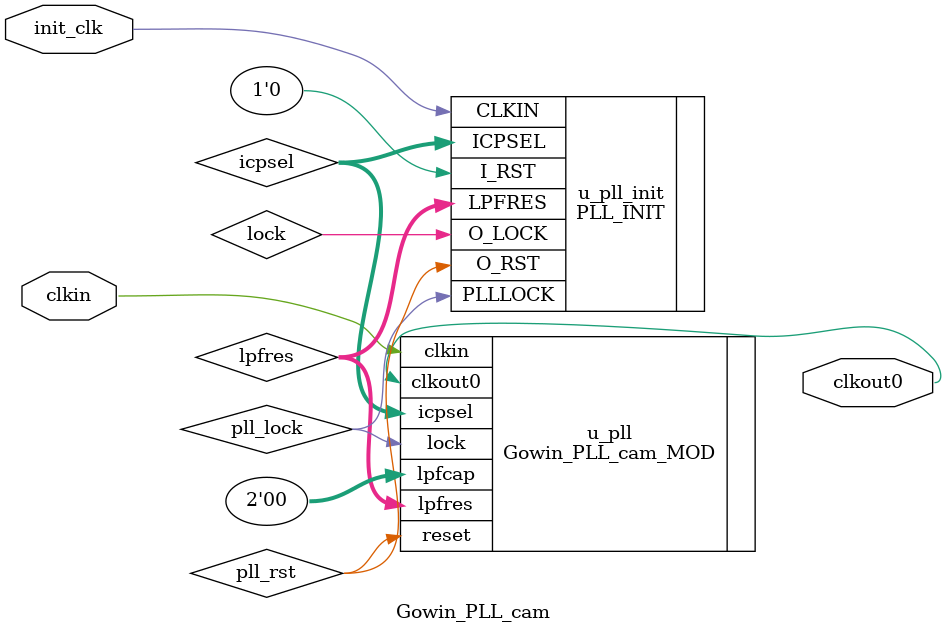
<source format=v>
module Gowin_PLL_cam(
    clkin,
    init_clk,
    clkout0
);


input clkin;
input init_clk;
output clkout0;
wire lock;
wire [5:0] icpsel;
wire [2:0] lpfres;
wire pll_lock;
wire pll_rst;


    Gowin_PLL_cam_MOD u_pll(
        .clkout0(clkout0),
        .lock(pll_lock),
        .clkin(clkin),
        .reset(pll_rst),
        .icpsel(icpsel),
        .lpfres(lpfres),
        .lpfcap(2'b00)
    );


    PLL_INIT u_pll_init(
        .CLKIN(init_clk),
        .I_RST(1'b0),
        .O_RST(pll_rst),
        .PLLLOCK(pll_lock),
        .O_LOCK(lock),
        .ICPSEL(icpsel),
        .LPFRES(lpfres)
    );
    defparam u_pll_init.CLK_PERIOD = 20;
    defparam u_pll_init.MULTI_FAC = 24;


endmodule

</source>
